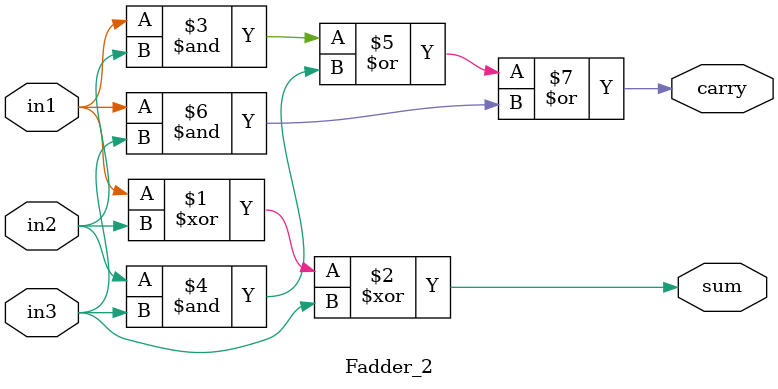
<source format=v>
module Fadder_2(
  in1,
  in2,
  in3,
  sum,
carry
  );
  input in1, in2, in3;
  output sum, carry;
  assign sum=in1^in2^in3;
  assign carry=(in1&in2) | (in2&in3) | (in1&in3);
endmodule
</source>
